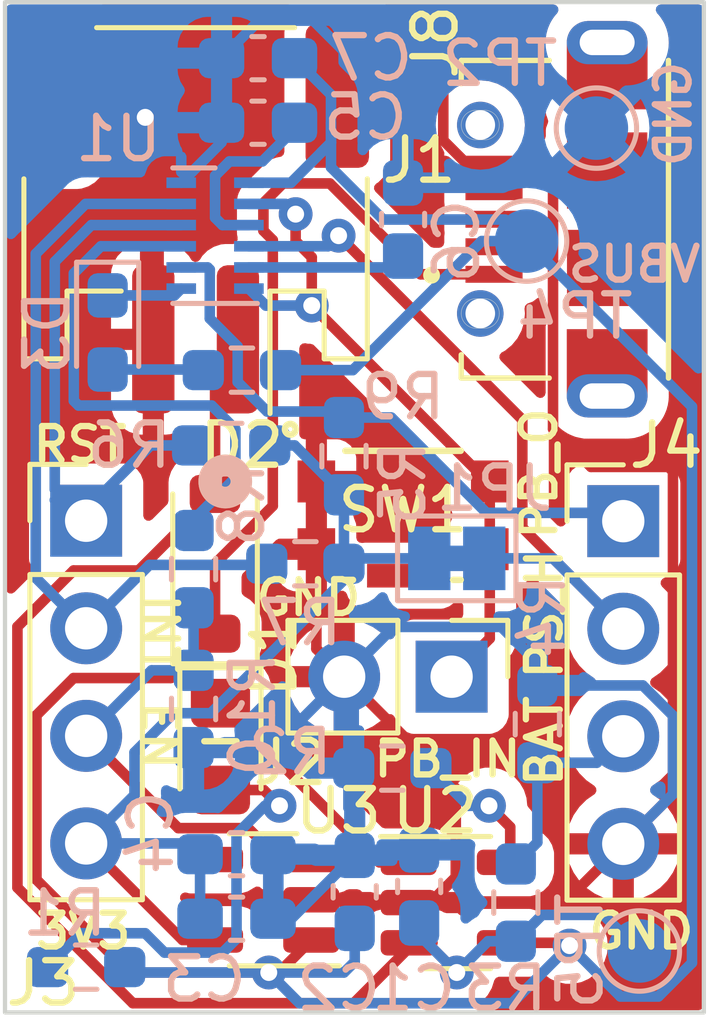
<source format=kicad_pcb>
(kicad_pcb (version 20221018) (generator pcbnew)
  (layers (0 "F.Cu" signal) (31 "B.Cu" signal) (34 "B.Paste" user) (35 "F.Paste" user) (36 "B.SilkS" user "B.Silkscreen") (37 "F.SilkS" user "F.Silkscreen") (38 "B.Mask" user) (39 "F.Mask" user) (44 "Edge.Cuts" user))
  (net 0 "")
  (net 1 "VDC")
  (net 2 "GND")
  (net 3 "VBUS")
  (net 4 "+3V3")
  (net 5 "/Vref")
  (net 6 "Net-(U1-C_SRD)")
  (net 7 "Net-(D1-K)")
  (net 8 "Net-(D1-A)")
  (net 9 "Net-(D3-K)")
  (net 10 "Net-(D3-A)")
  (net 20 "Net-(U2-PROG)")
  (net 21 "/BAT_SENSE")
  (net 22 "/PB_OUT")
  (net 23 "/RST")
  (net 24 "/INT")
  (net 25 "/EN")
  (net 26 "/EN_DIV")
  (net 27 "Net-(J2-Pin_1)")
  (net 28 "/PS_HOLD")
  (footprint "Connector_PinHeader_2.54mm:PinHeader_1x02_P2.54mm_Vertical" (layer "F.Cu") (at 162.311 89.154 -90)
    (fp_text reference "J2" (at 2.032 3.815 -180) (layer "F.SilkS"))
    (fp_text value "Conn_01x02_Pin" hide)
    (pad "1" thru_hole rect (at 0 0 270) (size 1.7 1.7) (drill 1) (layers "*.Cu" "*.Mask") (net 27 "Net-(J2-Pin_1)"))
    (pad "2" thru_hole oval (at 0 2.54 270) (size 1.7 1.7) (drill 1) (layers "*.Cu" "*.Mask") (net 2 "GND"))
  )
  (footprint "LED_SMD:LED_0805_2012Metric_Pad1.15x1.40mm_HandSolder" (layer "F.Cu") (at 156.845 90.805 -90)
    (fp_text reference "D1" (at -2.159 -1.27 -270) (layer "F.SilkS"))
    (fp_text value "LED" hide)
    (pad "1" smd roundrect (at -1.025 0 270) (size 1.15 1.4) (layers "F.Cu" "F.Paste" "F.Mask") (roundrect_rratio 0.217391) (net 7 "Net-(D1-K)"))
    (pad "2" smd roundrect (at 1.025 0 270) (size 1.15 1.4) (layers "F.Cu" "F.Paste" "F.Mask") (roundrect_rratio 0.217391) (net 8 "Net-(D1-A)"))
  )
  (footprint "Package_TO_SOT_SMD:SOT-23-5" (layer "F.Cu") (at 162.433 94.488)
    (fp_text reference "U2" (at -0.508 -2.159) (layer "F.SilkS"))
    (fp_text value "MCP73831-2-OT" hide)
    (pad "1" smd roundrect (at -1.1375 -0.95) (size 1.325 0.6) (layers "F.Cu" "F.Paste" "F.Mask") (net 7 "Net-(D1-K)"))
    (pad "2" smd roundrect (at -1.1375 0) (size 1.325 0.6) (layers "F.Cu" "F.Paste" "F.Mask") (net 2 "GND"))
    (pad "3" smd roundrect (at -1.1375 0.95) (size 1.325 0.6) (layers "F.Cu" "F.Paste" "F.Mask") (net 1 "VDC"))
    (pad "4" smd roundrect (at 1.1375 0.95) (size 1.325 0.6) (layers "F.Cu" "F.Paste" "F.Mask") (net 3 "VBUS"))
    (pad "5" smd roundrect (at 1.1375 -0.95) (size 1.325 0.6) (layers "F.Cu" "F.Paste" "F.Mask") (net 20 "Net-(U2-PROG)"))
  )
  (footprint "Connector_JST:JST_PH_S2B-PH-SM4-TB_1x02-1MP_P2.00mm_Horizontal" (layer "F.Cu") (at 156.258 78.338 180)
    (fp_text reference "J1" (at -5.286 1.376) (layer "F.SilkS"))
    (fp_text value "S2B-PH-K-SLFSN" hide)
    (pad "1" smd roundrect (at -1 -2.85 180) (size 1 3.5) (layers "F.Cu" "F.Paste" "F.Mask") (net 1 "VDC"))
    (pad "2" smd roundrect (at 1 -2.85 180) (size 1 3.5) (layers "F.Cu" "F.Paste" "F.Mask") (net 2 "GND"))
    (pad "MP" smd roundrect (at -3.35 2.9 180) (size 1.5 3.4) (layers "F.Cu" "F.Paste" "F.Mask") (roundrect_rratio 0.166667))
    (pad "MP" smd roundrect (at 3.35 2.9 180) (size 1.5 3.4) (layers "F.Cu" "F.Paste" "F.Mask") (roundrect_rratio 0.166667))
  )
  (footprint "Connector_PinHeader_2.54mm:PinHeader_1x04_P2.54mm_Vertical" (layer "F.Cu") (at 166.37 85.481)
    (fp_text reference "J4" (at 1.016 -1.788) (layer "F.SilkS"))
    (fp_text value "Conn_01x04_Pin" hide)
    (pad "1" thru_hole rect (at 0 0) (size 1.7 1.7) (drill 1) (layers "*.Cu" "*.Mask") (net 22 "/PB_OUT"))
    (pad "2" thru_hole oval (at 0 2.54) (size 1.7 1.7) (drill 1) (layers "*.Cu" "*.Mask") (net 28 "/PS_HOLD"))
    (pad "3" thru_hole oval (at 0 5.08) (size 1.7 1.7) (drill 1) (layers "*.Cu" "*.Mask") (net 21 "/BAT_SENSE"))
    (pad "4" thru_hole oval (at 0 7.62) (size 1.7 1.7) (drill 1) (layers "*.Cu" "*.Mask") (net 2 "GND"))
  )
  (footprint "Package_TO_SOT_SMD:SOT-23-5" (layer "F.Cu") (at 157.8555 94.422 180)
    (fp_text reference "U3" (at -1.7835 2.093) (layer "F.SilkS"))
    (fp_text value "SPX3819M5-L" hide)
    (pad "1" smd roundrect (at -1.1375 -0.95 180) (size 1.325 0.6) (layers "F.Cu" "F.Paste" "F.Mask") (net 3 "VBUS"))
    (pad "2" smd roundrect (at -1.1375 0 180) (size 1.325 0.6) (layers "F.Cu" "F.Paste" "F.Mask") (net 2 "GND"))
    (pad "3" smd roundrect (at -1.1375 0.95 180) (size 1.325 0.6) (layers "F.Cu" "F.Paste" "F.Mask") (net 26 "/EN_DIV"))
    (pad "4" smd roundrect (at 1.1375 0.95 180) (size 1.325 0.6) (layers "F.Cu" "F.Paste" "F.Mask"))
    (pad "5" smd roundrect (at 1.1375 -0.95 180) (size 1.325 0.6) (layers "F.Cu" "F.Paste" "F.Mask") (net 4 "+3V3"))
  )
  (footprint "47589_0001_USB_B:MOLEX_47589-0001" (layer "F.Cu") (at 165.2515 78.352 90)
    (fp_text reference "J8" (at 4.184 -3.3265 90) (layer "F.SilkS"))
    (fp_text value "47589-0001" hide)
    (fp_poly (pts (xy -2.6 -0.2125) (xy -4.175 -0.212) (xy -4.201 -0.212) (xy -4.227 -0.21) (xy -4.253 -0.206) (xy -4.279 -0.202) (xy -4.304 -0.195) (xy -4.33 -0.188) (xy -4.354 -0.179) (xy -4.378 -0.169) (xy -4.402 -0.158) (xy -4.425 -0.146) (xy -4.447 -0.132) (xy -4.469 -0.117) (xy -4.49 -0.101) (xy -4.51 -0.084) (xy -4.529 -0.066) (xy -4.547 -0.047) (xy -4.564 -0.027) (xy -4.58 -0.006) (xy -4.594 0.015) (xy -4.608 0.038) (xy -4.621 0.061) (xy -4.632 0.084) (xy -4.642 0.108) (xy -4.651 0.133) (xy -4.658 0.158) (xy -4.664 0.184) (xy -4.669 0.209) (xy -4.672 0.235) (xy -4.674 0.261) (xy -4.675 0.287) (xy -4.675 1.188) (xy -4.674 1.214) (xy -4.672 1.24) (xy -4.669 1.266) (xy -4.664 1.291) (xy -4.658 1.317) (xy -4.651 1.342) (xy -4.642 1.367) (xy -4.632 1.391) (xy -4.621 1.414) (xy -4.608 1.438) (xy -4.594 1.46) (xy -4.58 1.481) (xy -4.564 1.502) (xy -4.547 1.522) (xy -4.529 1.541) (xy -4.51 1.559) (xy -4.49 1.576) (xy -4.469 1.592) (xy -4.447 1.607) (xy -4.425 1.621) (xy -4.402 1.633) (xy -4.378 1.644) (xy -4.354 1.654) (xy -4.33 1.663) (xy -4.304 1.67) (xy -4.279 1.677) (xy -4.253 1.681) (xy -4.227 1.685) (xy -4.201 1.687) (xy -4.175 1.688) (xy -2.6 1.688) (xy -2.6 -0.212) (xy -2.6 -0.2125)) (stroke (width 0.01)) (fill solid) (layer "F.Cu"))
    (fp_poly (pts (xy 2.6 1.6875) (xy 4.175 1.688) (xy 4.201 1.687) (xy 4.227 1.685) (xy 4.253 1.681) (xy 4.279 1.677) (xy 4.304 1.67) (xy 4.33 1.663) (xy 4.354 1.654) (xy 4.378 1.644) (xy 4.402 1.633) (xy 4.425 1.621) (xy 4.447 1.607) (xy 4.469 1.592) (xy 4.49 1.576) (xy 4.51 1.559) (xy 4.529 1.541) (xy 4.547 1.522) (xy 4.564 1.502) (xy 4.58 1.481) (xy 4.594 1.46) (xy 4.608 1.438) (xy 4.621 1.414) (xy 4.632 1.391) (xy 4.642 1.367) (xy 4.651 1.342) (xy 4.658 1.317) (xy 4.664 1.291) (xy 4.669 1.266) (xy 4.672 1.24) (xy 4.674 1.214) (xy 4.675 1.188) (xy 4.675 0.287) (xy 4.674 0.261) (xy 4.672 0.235) (xy 4.669 0.209) (xy 4.664 0.184) (xy 4.658 0.158) (xy 4.651 0.133) (xy 4.642 0.108) (xy 4.632 0.084) (xy 4.621 0.061) (xy 4.608 0.038) (xy 4.594 0.015) (xy 4.58 -0.006) (xy 4.564 -0.027) (xy 4.547 -0.047) (xy 4.529 -0.066) (xy 4.51 -0.084) (xy 4.49 -0.101) (xy 4.469 -0.117) (xy 4.447 -0.132) (xy 4.425 -0.146) (xy 4.402 -0.158) (xy 4.378 -0.169) (xy 4.354 -0.179) (xy 4.33 -0.188) (xy 4.304 -0.195) (xy 4.279 -0.202) (xy 4.253 -0.206) (xy 4.227 -0.21) (xy 4.201 -0.212) (xy 4.175 -0.212) (xy 2.6 -0.212) (xy 2.6 1.688) (xy 2.6 1.6875)) (stroke (width 0.01)) (fill solid) (layer "F.Cu"))
    (fp_poly (pts (xy -4.675 1.1825) (xy -4.675 0.292) (xy -4.674 0.264) (xy -4.672 0.237) (xy -4.669 0.211) (xy -4.664 0.186) (xy -4.658 0.16) (xy -4.65 0.135) (xy -4.642 0.11) (xy -4.632 0.086) (xy -4.62 0.062) (xy -4.608 0.039) (xy -4.594 0.016) (xy -4.579 -0.005) (xy -4.563 -0.026) (xy -4.546 -0.046) (xy -4.528 -0.065) (xy -4.509 -0.083) (xy -4.489 -0.101) (xy -4.468 -0.117) (xy -4.446 -0.131) (xy -4.424 -0.145) (xy -4.401 -0.158) (xy -4.377 -0.169) (xy -4.353 -0.179) (xy -4.328 -0.188) (xy -4.303 -0.195) (xy -4.277 -0.202) (xy -4.251 -0.206) (xy -4.225 -0.21) (xy -4.199 -0.212) (xy -4.175 -0.212) (xy -4.146 -0.212) (xy -4.119 -0.21) (xy -4.093 -0.206) (xy -4.067 -0.201) (xy -4.041 -0.195) (xy -4.016 -0.188) (xy -3.991 -0.179) (xy -3.966 -0.169) (xy -3.942 -0.157) (xy -3.919 -0.145) (xy -3.896 -0.131) (xy -3.874 -0.116) (xy -3.853 -0.099) (xy -3.833 -0.082) (xy -3.814 -0.064) (xy -3.795 -0.045) (xy -3.778 -0.024) (xy -3.762 -0.003) (xy -3.747 0.019) (xy -3.733 0.041) (xy -3.72 0.065) (xy -3.709 0.089) (xy -3.699 0.113) (xy -3.69 0.138) (xy -3.682 0.164) (xy -3.676 0.189) (xy -3.671 0.216) (xy -3.668 0.242) (xy -3.666 0.268) (xy -3.665 0.292) (xy -3.665 1.183) (xy -3.666 1.207) (xy -3.668 1.233) (xy -3.671 1.259) (xy -3.676 1.286) (xy -3.682 1.311) (xy -3.69 1.337) (xy -3.699 1.362) (xy -3.709 1.386) (xy -3.72 1.41) (xy -3.733 1.434) (xy -3.747 1.456) (xy -3.762 1.478) (xy -3.778 1.499) (xy -3.795 1.52) (xy -3.814 1.539) (xy -3.833 1.557) (xy -3.853 1.574) (xy -3.874 1.591) (xy -3.896 1.606) (xy -3.919 1.62) (xy -3.942 1.632) (xy -3.966 1.644) (xy -3.991 1.654) (xy -4.016 1.663) (xy -4.041 1.67) (xy -4.067 1.676) (xy -4.093 1.681) (xy -4.119 1.685) (xy -4.146 1.687) (xy -4.175 1.688) (xy -4.199 1.687) (xy -4.225 1.685) (xy -4.251 1.681) (xy -4.277 1.677) (xy -4.303 1.67) (xy -4.328 1.663) (xy -4.353 1.654) (xy -4.377 1.644) (xy -4.401 1.633) (xy -4.424 1.62) (xy -4.446 1.606) (xy -4.468 1.592) (xy -4.489 1.576) (xy -4.509 1.558) (xy -4.528 1.54) (xy -4.546 1.521) (xy -4.563 1.501) (xy -4.579 1.48) (xy -4.594 1.459) (xy -4.608 1.436) (xy -4.62 1.413) (xy -4.632 1.389) (xy -4.642 1.365) (xy -4.65 1.34) (xy -4.658 1.315) (xy -4.664 1.289) (xy -4.669 1.264) (xy -4.672 1.238) (xy -4.674 1.211) (xy -4.675 1.183) (xy -4.675 1.1825)) (stroke (width 0.01)) (fill solid) (layer "B.Cu"))
    (fp_poly (pts (xy 3.665 1.1825) (xy 3.665 0.292) (xy 3.666 0.268) (xy 3.668 0.242) (xy 3.671 0.216) (xy 3.676 0.189) (xy 3.682 0.164) (xy 3.69 0.138) (xy 3.699 0.113) (xy 3.709 0.089) (xy 3.72 0.065) (xy 3.733 0.041) (xy 3.747 0.019) (xy 3.762 -0.003) (xy 3.778 -0.024) (xy 3.795 -0.045) (xy 3.814 -0.064) (xy 3.833 -0.082) (xy 3.853 -0.099) (xy 3.874 -0.116) (xy 3.896 -0.131) (xy 3.919 -0.145) (xy 3.942 -0.157) (xy 3.966 -0.169) (xy 3.991 -0.179) (xy 4.016 -0.188) (xy 4.041 -0.195) (xy 4.067 -0.201) (xy 4.093 -0.206) (xy 4.119 -0.21) (xy 4.146 -0.212) (xy 4.175 -0.212) (xy 4.199 -0.212) (xy 4.225 -0.21) (xy 4.251 -0.206) (xy 4.277 -0.202) (xy 4.303 -0.195) (xy 4.328 -0.188) (xy 4.353 -0.179) (xy 4.377 -0.169) (xy 4.401 -0.158) (xy 4.424 -0.145) (xy 4.446 -0.131) (xy 4.468 -0.117) (xy 4.489 -0.101) (xy 4.509 -0.083) (xy 4.528 -0.065) (xy 4.546 -0.046) (xy 4.563 -0.026) (xy 4.579 -0.005) (xy 4.594 0.016) (xy 4.608 0.039) (xy 4.62 0.062) (xy 4.632 0.086) (xy 4.642 0.11) (xy 4.65 0.135) (xy 4.658 0.16) (xy 4.664 0.186) (xy 4.669 0.211) (xy 4.672 0.237) (xy 4.674 0.264) (xy 4.675 0.292) (xy 4.675 1.183) (xy 4.674 1.211) (xy 4.672 1.238) (xy 4.669 1.264) (xy 4.664 1.289) (xy 4.658 1.315) (xy 4.65 1.34) (xy 4.642 1.365) (xy 4.632 1.389) (xy 4.62 1.413) (xy 4.608 1.436) (xy 4.594 1.459) (xy 4.579 1.48) (xy 4.563 1.501) (xy 4.546 1.521) (xy 4.528 1.54) (xy 4.509 1.558) (xy 4.489 1.576) (xy 4.468 1.592) (xy 4.446 1.606) (xy 4.424 1.62) (xy 4.401 1.633) (xy 4.377 1.644) (xy 4.353 1.654) (xy 4.328 1.663) (xy 4.303 1.67) (xy 4.277 1.677) (xy 4.251 1.681) (xy 4.225 1.685) (xy 4.199 1.687) (xy 4.175 1.688) (xy 4.146 1.687) (xy 4.119 1.685) (xy 4.093 1.681) (xy 4.067 1.676) (xy 4.041 1.67) (xy 4.016 1.663) (xy 3.991 1.654) (xy 3.966 1.644) (xy 3.942 1.632) (xy 3.919 1.62) (xy 3.896 1.606) (xy 3.874 1.591) (xy 3.853 1.574) (xy 3.833 1.557) (xy 3.814 1.539) (xy 3.795 1.52) (xy 3.778 1.499) (xy 3.762 1.478) (xy 3.747 1.456) (xy 3.733 1.434) (xy 3.72 1.41) (xy 3.709 1.386) (xy 3.699 1.362) (xy 3.69 1.337) (xy 3.682 1.311) (xy 3.676 1.286) (xy 3.671 1.259) (xy 3.668 1.233) (xy 3.666 1.207) (xy 3.665 1.183) (xy 3.665 1.1825)) (stroke (width 0.01)) (fill solid) (layer "B.Cu"))
    (fp_line (start -2.575 -2.1625) (end -2.575 -2.3625) (stroke (width 0.01)) (layer "Edge.Cuts"))
    (fp_line (start 1.875 -2.1625) (end 1.875 -2.3625) (stroke (width 0.01)) (layer "Edge.Cuts"))
    (fp_arc (start -2.575 -2.3625) (mid -2.472487 -2.609987) (end -2.225 -2.7125) (stroke (width 0.01)) (layer "Edge.Cuts"))
    (fp_arc (start -2.225 -2.7125) (mid -1.977513 -2.609987) (end -1.875 -2.3625) (stroke (width 0.01)) (layer "Edge.Cuts"))
    (fp_arc (start -2.225 -1.8125) (mid -2.472487 -1.915013) (end -2.575 -2.1625) (stroke (width 0.01)) (layer "Edge.Cuts"))
    (fp_arc (start -1.875 -2.1625) (mid -1.977513 -1.915013) (end -2.225 -1.8125) (stroke (width 0.01)) (layer "Edge.Cuts"))
    (fp_arc (start -1.875 -2.1625) (mid -1.876407 -2.2625) (end -1.875 -2.3625) (stroke (width 0.01)) (layer "Edge.Cuts"))
    (fp_arc (start 1.875 -2.3625) (mid 1.977513 -2.609987) (end 2.225 -2.7125) (stroke (width 0.01)) (layer "Edge.Cuts"))
    (fp_arc (start 2.225 -2.7125) (mid 2.472487 -2.609987) (end 2.575 -2.3625) (stroke (width 0.01)) (layer "Edge.Cuts"))
    (fp_arc (start 2.225 -1.8125) (mid 1.977513 -1.915013) (end 1.875 -2.1625) (stroke (width 0.01)) (layer "Edge.Cuts"))
    (fp_arc (start 2.575 -2.1625) (mid 2.472487 -1.915013) (end 2.225 -1.8125) (stroke (width 0.01)) (layer "Edge.Cuts"))
    (fp_arc (start 2.575 -2.1625) (mid 2.573593 -2.2625) (end 2.575 -2.3625) (stroke (width 0.01)) (layer "Edge.Cuts"))
    (pad "1" smd rect (at -1.3 -1.9375) (size 1.35 0.4) (layers "F.Cu" "F.Paste" "F.Mask") (net 3 "VBUS"))
    (pad "2" smd rect (at -0.65 -1.9375) (size 1.35 0.4) (layers "F.Cu" "F.Paste" "F.Mask"))
    (pad "3" smd rect (at 0 -1.9375) (size 1.35 0.4) (layers "F.Cu" "F.Paste" "F.Mask"))
    (pad "4" smd rect (at 0.65 -1.9375) (size 1.35 0.4) (layers "F.Cu" "F.Paste" "F.Mask"))
    (pad "5" smd rect (at 1.3 -1.9375) (size 1.35 0.4) (layers "F.Cu" "F.Paste" "F.Mask") (net 2 "GND"))
    (pad "S1" thru_hole oval (at -4.175 0.7375 90) (size 1.01 1.9) (drill oval 0.6 1.3) (layers "*.Cu"))
    (pad "S2" smd rect (at -1.15 0.7375 180) (size 1.9 1.8) (layers "F.Cu" "F.Paste" "F.Mask"))
    (pad "S3" smd rect (at 1.15 0.7375 180) (size 1.9 1.8) (layers "F.Cu" "F.Paste" "F.Mask"))
    (pad "S4" thru_hole oval (at 4.175 0.7375 90) (size 1.01 1.9) (drill oval 0.6 1.3) (layers "*.Cu"))
    (pad "S5" thru_hole circle (at -2.225 -2.2625 90) (size 1.1 1.1) (drill 0.7) (layers "*.Cu" "*.Mask"))
    (pad "S6" thru_hole circle (at 2.225 -2.2625 90) (size 1.1 1.1) (drill 0.7) (layers "*.Cu" "*.Mask"))
  )
  (footprint "KMR2_Switch:KMR2xxG_CNK" (layer "F.Cu") (at 161.163 85.344)
    (fp_text reference "SW1" (at 0 -0.127 unlocked) (layer "F.SilkS"))
    (fp_text value "KMR211GLFS" hide)
    (pad "1" smd rect (at -2.049998 -0.800001) (size 0.889 0.9906) (layers "F.Cu" "F.Paste" "F.Mask") (net 2 "GND"))
    (pad "2" smd rect (at 2.049998 -0.800001) (size 0.889 0.9906) (layers "F.Cu" "F.Paste" "F.Mask") (net 27 "Net-(J2-Pin_1)"))
    (pad "3" smd rect (at -2.049998 0.800001) (size 0.889 0.9906) (layers "F.Cu" "F.Paste" "F.Mask") (net 2 "GND"))
    (pad "4" smd rect (at 2.049998 0.800001) (size 0.889 0.9906) (layers "F.Cu" "F.Paste" "F.Mask") (net 27 "Net-(J2-Pin_1)"))
    (pad "5" smd rect (at 0 1.425001) (size 1.7018 0.5588) (layers "F.Cu" "F.Paste" "F.Mask"))
  )
  (footprint "Connector_PinHeader_2.54mm:PinHeader_1x04_P2.54mm_Vertical" (layer "F.Cu") (at 153.67 85.471)
    (fp_text reference "J3" (at -1.016 10.922) (layer "F.SilkS"))
    (fp_text value "Conn_01x04_Pin" hide)
    (pad "1" thru_hole rect (at 0 0) (size 1.7 1.7) (drill 1) (layers "*.Cu" "*.Mask") (net 23 "/RST"))
    (pad "2" thru_hole oval (at 0 2.54) (size 1.7 1.7) (drill 1) (layers "*.Cu" "*.Mask") (net 24 "/INT"))
    (pad "3" thru_hole oval (at 0 5.08) (size 1.7 1.7) (drill 1) (layers "*.Cu" "*.Mask") (net 26 "/EN_DIV"))
    (pad "4" thru_hole oval (at 0 7.62) (size 1.7 1.7) (drill 1) (layers "*.Cu" "*.Mask") (net 4 "+3V3"))
  )
  (footprint "Diode_SMD:D_SOD-123" (layer "F.Cu") (at 156.718 86.488 90)
    (fp_text reference "D2" (at 2.795 0.635 180) (layer "F.SilkS"))
    (fp_text value "MBR0520" hide)
    (pad "1" smd roundrect (at -1.65 0 90) (size 0.9 1.2) (layers "F.Cu" "F.Paste" "F.Mask") (net 3 "VBUS"))
    (pad "2" smd roundrect (at 1.65 0 90) (size 0.9 1.2) (layers "F.Cu" "F.Paste" "F.Mask") (net 1 "VDC"))
  )
  (footprint "Resistor_SMD:R_0603_1608Metric_Pad0.98x0.95mm_HandSolder" (layer "B.Cu") (at 156.21 86.614 -90)
    (fp_text reference "R8" (at -1.524 -1.143 90) (layer "B.SilkS") (effects (justify mirror)))
    (fp_text value "3.48K" hide)
    (pad "1" smd roundrect (at -0.9125 0 270) (size 0.975 0.95) (layers "B.Cu" "B.Paste" "B.Mask") (net 25 "/EN"))
    (pad "2" smd roundrect (at 0.9125 0 270) (size 0.975 0.95) (layers "B.Cu" "B.Paste" "B.Mask") (net 26 "/EN_DIV"))
  )
  (footprint "LED_SMD:LED_0603_1608Metric_Pad1.05x0.95mm_HandSolder" (layer "B.Cu") (at 154.178 81.026 -90)
    (fp_text reference "D3" (at 0 1.43 -270) (layer "B.SilkS") (effects (justify mirror)))
    (fp_text value "LED" hide)
    (pad "1" smd roundrect (at -0.875 0 270) (size 1.05 0.95) (layers "B.Cu" "B.Paste" "B.Mask") (net 9 "Net-(D3-K)"))
    (pad "2" smd roundrect (at 0.875 0 270) (size 1.05 0.95) (layers "B.Cu" "B.Paste" "B.Mask") (net 10 "Net-(D3-A)"))
  )
  (footprint "TestPoint:TestPoint_Pad_D1.5mm" (layer "B.Cu") (at 164.084 78.867 180)
    (fp_text reference "TP4" (at -1.143 -1.778) (layer "B.SilkS") (effects (justify mirror)))
    (fp_text value "TestPoint" hide)
    (pad "1" smd circle (at 0 0 180) (size 1.5 1.5) (layers "B.Cu" "B.Mask") (net 3 "VBUS"))
  )
  (footprint "TestPoint:TestPoint_Pad_D1.5mm" (layer "B.Cu") (at 166.751 95.631 180)
    (fp_text reference "TP5" (at 1.397 0 90) (layer "B.SilkS") (effects (justify mirror)))
    (fp_text value "TestPoint" hide)
    (pad "1" smd circle (at 0 0 180) (size 1.5 1.5) (layers "B.Cu" "B.Mask") (net 1 "VDC"))
  )
  (footprint "Resistor_SMD:R_0603_1608Metric_Pad0.98x0.95mm_HandSolder" (layer "B.Cu") (at 157.099 83.693 180)
    (fp_text reference "R6" (at 2.413 0) (layer "B.SilkS") (effects (justify mirror)))
    (fp_text value "10K" hide)
    (pad "1" smd roundrect (at -0.9125 0 180) (size 0.975 0.95) (layers "B.Cu" "B.Paste" "B.Mask") (net 4 "+3V3"))
    (pad "2" smd roundrect (at 0.9125 0 180) (size 0.975 0.95) (layers "B.Cu" "B.Paste" "B.Mask") (net 23 "/RST"))
  )
  (footprint "TestPoint:TestPoint_Pad_D1.5mm" (layer "B.Cu") (at 165.735 76.2 180)
    (fp_text reference "TP2" (at 2.286 1.524) (layer "B.SilkS") (effects (justify mirror)))
    (fp_text value "TestPoint" hide)
    (pad "1" smd circle (at 0 0 180) (size 1.5 1.5) (layers "B.Cu" "B.Mask") (net 2 "GND"))
  )
  (footprint "Resistor_SMD:R_0603_1608Metric_Pad0.98x0.95mm_HandSolder" (layer "B.Cu") (at 157.353 81.915 180)
    (fp_text reference "R9" (at -3.81 -0.635) (layer "B.SilkS") (effects (justify mirror)))
    (fp_text value "1K" hide)
    (pad "1" smd roundrect (at -0.9125 0 180) (size 0.975 0.95) (layers "B.Cu" "B.Paste" "B.Mask") (net 3 "VBUS"))
    (pad "2" smd roundrect (at 0.9125 0 180) (size 0.975 0.95) (layers "B.Cu" "B.Paste" "B.Mask") (net 10 "Net-(D3-A)"))
  )
  (footprint "Capacitor_SMD:C_0603_1608Metric_Pad1.08x0.95mm_HandSolder" (layer "B.Cu") (at 157.734 74.549 180)
    (fp_text reference "C7" (at -2.667 0) (layer "B.SilkS") (effects (justify mirror)))
    (fp_text value ".1uF" hide)
    (pad "1" smd roundrect (at -0.8625 0 180) (size 1.075 0.95) (layers "B.Cu" "B.Paste" "B.Mask") (net 3 "VBUS"))
    (pad "2" smd roundrect (at 0.8625 0 180) (size 1.075 0.95) (layers "B.Cu" "B.Paste" "B.Mask") (net 2 "GND"))
  )
  (footprint "Capacitor_SMD:C_0603_1608Metric_Pad1.08x0.95mm_HandSolder" (layer "B.Cu") (at 161.163 78.359 90)
    (fp_text reference "C6" (at -0.508 1.27 90) (layer "B.SilkS") (effects (justify mirror)))
    (fp_text value ".33uF" hide)
    (pad "1" smd roundrect (at -0.8625 0 90) (size 1.075 0.95) (layers "B.Cu" "B.Paste" "B.Mask") (net 6 "Net-(U1-C_SRD)"))
    (pad "2" smd roundrect (at 0.8625 0 90) (size 1.075 0.95) (layers "B.Cu" "B.Paste" "B.Mask") (net 2 "GND"))
  )
  (footprint "Capacitor_SMD:C_0603_1608Metric_Pad1.08x0.95mm_HandSolder" (layer "B.Cu") (at 157.734 76.073 180)
    (fp_text reference "C5" (at -2.54 0.127) (layer "B.SilkS") (effects (justify mirror)))
    (fp_text value "1uF" hide)
    (pad "1" smd roundrect (at -0.8625 0 180) (size 1.075 0.95) (layers "B.Cu" "B.Paste" "B.Mask") (net 5 "/Vref"))
    (pad "2" smd roundrect (at 0.8625 0 180) (size 1.075 0.95) (layers "B.Cu" "B.Paste" "B.Mask") (net 2 "GND"))
  )
  (footprint "Capacitor_SMD:C_0603_1608Metric_Pad1.08x0.95mm_HandSolder" (layer "B.Cu") (at 157.226 93.345)
    (fp_text reference "C4" (at -2.032 -0.508 90) (layer "B.SilkS") (effects (justify mirror)))
    (fp_text value "1uF" hide)
    (pad "1" smd roundrect (at -0.8625 0) (size 1.075 0.95) (layers "B.Cu" "B.Paste" "B.Mask") (net 4 "+3V3"))
    (pad "2" smd roundrect (at 0.8625 0) (size 1.075 0.95) (layers "B.Cu" "B.Paste" "B.Mask") (net 2 "GND"))
  )
  (footprint "Capacitor_SMD:C_0603_1608Metric_Pad1.08x0.95mm_HandSolder" (layer "B.Cu") (at 161.544 94.107 90)
    (fp_text reference "C1" (at -2.413 -0.127 180) (layer "B.SilkS") (effects (justify mirror)))
    (fp_text value "10uF" hide)
    (pad "1" smd roundrect (at -0.8625 0 90) (size 1.075 0.95) (layers "B.Cu" "B.Paste" "B.Mask") (net 1 "VDC"))
    (pad "2" smd roundrect (at 0.8625 0 90) (size 1.075 0.95) (layers "B.Cu" "B.Paste" "B.Mask") (net 2 "GND"))
  )
  (footprint "Resistor_SMD:R_0603_1608Metric_Pad0.98x0.95mm_HandSolder" (layer "B.Cu") (at 164.338 90.2735 90)
    (fp_text reference "R4" (at 2.54 0.127 90) (layer "B.SilkS") (effects (justify mirror)))
    (fp_text value "100K" hide)
    (pad "1" smd roundrect (at -0.9125 0 90) (size 0.975 0.95) (layers "B.Cu" "B.Paste" "B.Mask") (net 21 "/BAT_SENSE"))
    (pad "2" smd roundrect (at 0.9125 0 90) (size 0.975 0.95) (layers "B.Cu" "B.Paste" "B.Mask") (net 2 "GND"))
  )
  (footprint "Resistor_SMD:R_0603_1608Metric_Pad0.98x0.95mm_HandSolder" (layer "B.Cu") (at 159.766 83.947 90)
    (fp_text reference "R5" (at -0.635 1.397 90) (layer "B.SilkS") (effects (justify mirror)))
    (fp_text value "10K" hide)
    (pad "1" smd roundrect (at -0.9125 0 90) (size 0.975 0.95) (layers "B.Cu" "B.Paste" "B.Mask") (net 4 "+3V3"))
    (pad "2" smd roundrect (at 0.9125 0 90) (size 0.975 0.95) (layers "B.Cu" "B.Paste" "B.Mask") (net 22 "/PB_OUT"))
  )
  (footprint "Resistor_SMD:R_0603_1608Metric_Pad0.98x0.95mm_HandSolder" (layer "B.Cu") (at 158.8535 86.487 180)
    (fp_text reference "R7" (at 0.127 -1.397) (layer "B.SilkS") (effects (justify mirror)))
    (fp_text value "10K" hide)
    (pad "1" smd roundrect (at -0.9125 0 180) (size 0.975 0.95) (layers "B.Cu" "B.Paste" "B.Mask") (net 4 "+3V3"))
    (pad "2" smd roundrect (at 0.9125 0 180) (size 0.975 0.95) (layers "B.Cu" "B.Paste" "B.Mask") (net 24 "/INT"))
  )
  (footprint "Resistor_SMD:R_0603_1608Metric_Pad0.98x0.95mm_HandSolder" (layer "B.Cu") (at 156.21 89.916 -90)
    (fp_text reference "R10" (at 0.127 -1.397 90) (layer "B.SilkS") (effects (justify mirror)))
    (fp_text value "10K" hide)
    (pad "1" smd roundrect (at -0.9125 0 270) (size 0.975 0.95) (layers "B.Cu" "B.Paste" "B.Mask") (net 26 "/EN_DIV"))
    (pad "2" smd roundrect (at 0.9125 0 270) (size 0.975 0.95) (layers "B.Cu" "B.Paste" "B.Mask") (net 2 "GND"))
  )
  (footprint "Resistor_SMD:R_0603_1608Metric_Pad0.98x0.95mm_HandSolder" (layer "B.Cu") (at 160.909 91.313)
    (fp_text reference "R2" (at -2.413 -0.381) (layer "B.SilkS") (effects (justify mirror)))
    (fp_text value "10K" hide)
    (pad "1" smd roundrect (at -0.9125 0) (size 0.975 0.95) (layers "B.Cu" "B.Paste" "B.Mask") (net 2 "GND"))
    (pad "2" smd roundrect (at 0.9125 0) (size 0.975 0.95) (layers "B.Cu" "B.Paste" "B.Mask") (net 20 "Net-(U2-PROG)"))
  )
  (footprint "Package_DFN_QFN:TDFN-12_2x3mm_P0.5mm" (layer "B.Cu") (at 156.718 78.74 180)
    (fp_text reference "U1" (at 2.286 2.286) (layer "B.SilkS") (effects (justify mirror)))
    (fp_text value "STM6601" hide)
    (pad "1" smd rect (at -0.8 1.25 180) (size 0.7 0.25) (layers "B.Cu" "B.Paste" "B.Mask") (net 3 "VBUS"))
    (pad "2" smd rect (at -0.8 0.75 180) (size 0.7 0.25) (layers "B.Cu" "B.Paste" "B.Mask") (net 27 "Net-(J2-Pin_1)"))
    (pad "3" smd rect (at -0.8 0.25 180) (size 0.7 0.25) (layers "B.Cu" "B.Paste" "B.Mask") (net 5 "/Vref"))
    (pad "4" smd rect (at -0.8 -0.25 180) (size 0.7 0.25) (layers "B.Cu" "B.Paste" "B.Mask") (net 28 "/PS_HOLD"))
    (pad "5" smd rect (at -0.8 -0.75 180) (size 0.7 0.25) (layers "B.Cu" "B.Paste" "B.Mask") (net 6 "Net-(U1-C_SRD)"))
    (pad "6" smd rect (at -0.8 -1.25 180) (size 0.7 0.25) (layers "B.Cu" "B.Paste" "B.Mask") (net 27 "Net-(J2-Pin_1)"))
    (pad "7" smd rect (at 0.8 -1.25 180) (size 0.7 0.25) (layers "B.Cu" "B.Paste" "B.Mask") (net 9 "Net-(D3-K)"))
    (pad "8" smd rect (at 0.8 -0.75 180) (size 0.7 0.25) (layers "B.Cu" "B.Paste" "B.Mask") (net 22 "/PB_OUT"))
    (pad "9" smd rect (at 0.8 -0.25 180) (size 0.7 0.25) (layers "B.Cu" "B.Paste" "B.Mask") (net 25 "/EN"))
    (pad "10" smd rect (at 0.8 0.25 180) (size 0.7 0.25) (layers "B.Cu" "B.Paste" "B.Mask") (net 23 "/RST"))
    (pad "11" smd rect (at 0.8 0.75 180) (size 0.7 0.25) (layers "B.Cu" "B.Paste" "B.Mask") (net 24 "/INT"))
    (pad "12" smd rect (at 0.8 1.25 180) (size 0.7 0.25) (layers "B.Cu" "B.Paste" "B.Mask") (net 2 "GND"))
  )
  (footprint "Resistor_SMD:R_0603_1608Metric_Pad0.98x0.95mm_HandSolder" (layer "B.Cu") (at 163.83 94.488 90)
    (fp_text reference "R3" (at -2.032 -0.254 180) (layer "B.SilkS") (effects (justify mirror)))
    (fp_text value "100K" hide)
    (pad "1" smd roundrect (at -0.9125 0 90) (size 0.975 0.95) (layers "B.Cu" "B.Paste" "B.Mask") (net 1 "VDC"))
    (pad "2" smd roundrect (at 0.9125 0 90) (size 0.975 0.95) (layers "B.Cu" "B.Paste" "B.Mask") (net 21 "/BAT_SENSE"))
  )
  (footprint "Resistor_SMD:R_0603_1608Metric_Pad0.98x0.95mm_HandSolder" (layer "B.Cu") (at 153.67 96.012)
    (fp_text reference "R1" (at -0.508 -1.27) (layer "B.SilkS") (effects (justify mirror)))
    (fp_text value "1K" hide)
    (pad "1" smd roundrect (at -0.9125 0) (size 0.975 0.95) (layers "B.Cu" "B.Paste" "B.Mask") (net 8 "Net-(D1-A)"))
    (pad "2" smd roundrect (at 0.9125 0) (size 0.975 0.95) (layers "B.Cu" "B.Paste" "B.Mask") (net 3 "VBUS"))
  )
  (footprint "Capacitor_SMD:C_0603_1608Metric_Pad1.08x0.95mm_HandSolder" (layer "B.Cu") (at 160.02 94.234 90)
    (fp_text reference "C2" (at -2.286 -0.381) (layer "B.SilkS") (effects (justify mirror)))
    (fp_text value "10uF" hide)
    (pad "1" smd roundrect (at -0.8625 0 90) (size 1.075 0.95) (layers "B.Cu" "B.Paste" "B.Mask") (net 3 "VBUS"))
    (pad "2" smd roundrect (at 0.8625 0 90) (size 1.075 0.95) (layers "B.Cu" "B.Paste" "B.Mask") (net 2 "GND"))
  )
  (footprint "Capacitor_SMD:C_0603_1608Metric_Pad1.08x0.95mm_HandSolder" (layer "B.Cu") (at 157.226 94.869)
    (fp_text reference "C3" (at -0.762 1.43) (layer "B.SilkS") (effects (justify mirror)))
    (fp_text value "10uF" hide)
    (pad "1" smd roundrect (at -0.8625 0) (size 1.075 0.95) (layers "B.Cu" "B.Paste" "B.Mask") (net 4 "+3V3"))
    (pad "2" smd roundrect (at 0.8625 0) (size 1.075 0.95) (layers "B.Cu" "B.Paste" "B.Mask") (net 2 "GND"))
  )
  (footprint "Jumper:SolderJumper-2_P1.3mm_Bridged_Pad1.0x1.5mm" (layer "B.Cu") (at 162.433 86.36 180)
    (fp_text reference "JP1" (at -0.889 1.651) (layer "B.SilkS") (effects (justify mirror)))
    (fp_text value "SolderJumper_2_Bridged" hide)
    (fp_poly (pts (xy -0.25 0.3) (xy 0.25 0.3) (xy 0.25 -0.3) (xy -0.25 -0.3)) (fill solid) (layer "B.Cu"))
    (pad "1" smd rect (at -0.65 0 180) (size 1 1.5) (layers "B.Cu" "B.Mask") (net 28 "/PS_HOLD"))
    (pad "2" smd rect (at 0.65 0 180) (size 1 1.5) (layers "B.Cu" "B.Mask") (net 4 "+3V3"))
  )
  (gr_line (start 156.464 90.678) (end 157.226 90.678) (stroke (width 0.15)) (layer "F.SilkS"))
  (gr_circle (center 158.496 83.312) (end 158.623 83.312) (stroke (width 0.15)) (fill none) (layer "F.SilkS"))
  (gr_rect (start 151.751 73.225) (end 168.275 97.082) (stroke (width 0.1)) (fill none) (layer "Edge.Cuts"))
  (gr_text "VBUS" (at 168.275 79.883) (layer "B.SilkS") (effects (font (size 0.8 0.8)) (justify left bottom mirror)))
  (gr_text "GND" (at 168.021 74.549 90) (layer "B.SilkS") (effects (font (size 0.8 0.8)) (justify left bottom mirror)))
  (gr_text "PB_IN" (at 160.401 91.567) (layer "F.SilkS") (effects (font (size 0.8 0.8) (thickness 0.15) bold) (justify left bottom)))
  (gr_text "BAT" (at 164.973 91.821 90) (layer "F.SilkS") (effects (font (size 0.8 0.8) (thickness 0.15) bold) (justify left bottom)))
  (gr_text "GND" (at 165.481 95.631) (layer "F.SilkS") (effects (font (size 0.8 0.8) (thickness 0.15) bold) (justify left bottom)))
  (gr_text "3V3" (at 152.4 95.631) (layer "F.SilkS") (effects (font (size 0.8 0.8) (thickness 0.15) bold) (justify left bottom)))
  (gr_text "INT" (at 154.94 87.122 270) (layer "F.SilkS") (effects (font (size 0.8 0.8) (thickness 0.15) bold) (justify left bottom)))
  (gr_text "GND" (at 157.607 87.757) (layer "F.SilkS") (effects (font (size 0.8 0.8) (thickness 0.15) bold) (justify left bottom)))
  (gr_text "PS_H" (at 164.973 89.281 90) (layer "F.SilkS") (effects (font (size 0.8 0.8) (thickness 0.15) bold) (justify left bottom)))
  (gr_text "PB_O" (at 164.846 85.979 90) (layer "F.SilkS") (effects (font (size 0.8 0.8) (thickness 0.15) bold) (justify left bottom)))
  (gr_text "RST" (at 152.34 84.141) (layer "F.SilkS") (effects (font (size 0.8 0.8) (thickness 0.15) bold) (justify left bottom)))
  (gr_text "EN" (at 154.94 89.662 270) (layer "F.SilkS") (effects (font (size 0.8 0.8) (thickness 0.15) bold) (justify left bottom)))
  (segment (start 152.045 87.974299) (end 153.373299 86.646) (width 0.25) (layer "F.Cu") (net 1))
  (segment (start 161.2955 95.438) (end 161.732 95.438) (width 0.25) (layer "F.Cu") (net 1))
  (segment (start 156.718 81.728) (end 157.258 81.188) (width 0.25) (layer "F.Cu") (net 1))
  (segment (start 159.9965 96.864) (end 154.774604 96.864) (width 0.25) (layer "F.Cu") (net 1))
  (segment (start 154.91 86.646) (end 156.718 84.838) (width 0.25) (layer "F.Cu") (net 1))
  (segment (start 161.4225 95.438) (end 161.859 95.438) (width 0.25) (layer "F.Cu") (net 1))
  (segment (start 152.045 94.134396) (end 152.045 87.974299) (width 0.25) (layer "F.Cu") (net 1))
  (segment (start 154.774604 96.864) (end 152.045 94.134396) (width 0.25) (layer "F.Cu") (net 1))
  (segment (start 161.732 95.438) (end 162.433 96.139) (width 0.25) (layer "F.Cu") (net 1))
  (segment (start 161.2955 95.565) (end 159.9965 96.864) (width 0.25) (layer "F.Cu") (net 1))
  (segment (start 153.373299 86.646) (end 154.91 86.646) (width 0.25) (layer "F.Cu") (net 1))
  (segment (start 156.718 84.838) (end 156.718 81.728) (width 0.25) (layer "F.Cu") (net 1))
  (segment (start 161.2955 95.438) (end 161.2955 95.565) (width 0.25) (layer "F.Cu") (net 1))
  (via (at 162.433 96.139) (size 0.8) (drill 0.4) (layers "F.Cu" "B.Cu") (net 1))
  (segment (start 161.544 95.25) (end 162.433 96.139) (width 0.25) (layer "B.Cu") (net 1))
  (segment (start 161.544 94.9695) (end 161.544 95.25) (width 0.25) (layer "B.Cu") (net 1))
  (segment (start 163.83 95.4005) (end 163.1715 95.4005) (width 0.25) (layer "B.Cu") (net 1))
  (segment (start 163.83 95.4005) (end 164.4515 94.779) (width 0.25) (layer "B.Cu") (net 1))
  (segment (start 163.1715 95.4005) (end 162.433 96.139) (width 0.25) (layer "B.Cu") (net 1))
  (segment (start 164.4515 94.779) (end 165.899 94.779) (width 0.25) (layer "B.Cu") (net 1))
  (segment (start 165.899 94.779) (end 166.751 95.631) (width 0.25) (layer "B.Cu") (net 1))
  (segment (start 163.314 77.052) (end 162.676563 77.052) (width 0.25) (layer "F.Cu") (net 2))
  (segment (start 165.608 84.201) (end 167.44 84.201) (width 0.25) (layer "F.Cu") (net 2))
  (segment (start 164.709 77.522) (end 164.709 83.302) (width 0.25) (layer "F.Cu") (net 2))
  (segment (start 164.983 94.488) (end 161.4225 94.488) (width 0.25) (layer "F.Cu") (net 2))
  (segment (start 162.41 91.793) (end 162.41 93.884751) (width 0.25) (layer "F.Cu") (net 2))
  (segment (start 159.771 89.154) (end 162.41 91.793) (width 0.25) (layer "F.Cu") (net 2))
  (segment (start 161.806751 94.488) (end 162.41 93.884751) (width 0.25) (layer "F.Cu") (net 2))
  (segment (start 161.2955 94.488) (end 161.806751 94.488) (width 0.25) (layer "F.Cu") (net 2))
  (segment (start 155.067 81.124) (end 155.067 75.946) (width 0.25) (layer "F.Cu") (net 2))
  (segment (start 167.545 91.926) (end 166.37 93.101) (width 0.25) (layer "F.Cu") (net 2))
  (segment (start 166.37 93.101) (end 164.983 94.488) (width 0.25) (layer "F.Cu") (net 2))
  (segment (start 167.545 84.306) (end 167.545 91.926) (width 0.25) (layer "F.Cu") (net 2))
  (segment (start 159.113002 88.496002) (end 159.771 89.154) (width 0.25) (layer "F.Cu") (net 2))
  (segment (start 155.258 81.315) (end 155.067 81.124) (width 0.25) (layer "F.Cu") (net 2))
  (segment (start 157.6 73.413) (end 155.067 75.946) (width 0.25) (layer "F.Cu") (net 2))
  (segment (start 164.239 77.052) (end 164.709 77.522) (width 0.25) (layer "F.Cu") (net 2))
  (segment (start 162.676563 77.052) (end 162.114 76.489437) (width 0.25) (layer "F.Cu") (net 2))
  (segment (start 158.993 94.422) (end 161.3565 94.422) (width 0.25) (layer "F.Cu") (net 2))
  (segment (start 163.314 77.052) (end 164.239 77.052) (width 0.25) (layer "F.Cu") (net 2))
  (segment (start 160.346172 73.413) (end 157.6 73.413) (width 0.25) (layer "F.Cu") (net 2))
  (segment (start 159.113002 84.543999) (end 159.113002 86.144001) (width 0.25) (layer "F.Cu") (net 2))
  (segment (start 164.709 83.302) (end 165.608 84.201) (width 0.25) (layer "F.Cu") (net 2))
  (segment (start 161.3565 94.422) (end 161.4225 94.488) (width 0.25) (layer "F.Cu") (net 2))
  (segment (start 159.113002 86.144001) (end 159.113002 88.496002) (width 0.25) (layer "F.Cu") (net 2))
  (segment (start 162.114 75.180828) (end 160.346172 73.413) (width 0.25) (layer "F.Cu") (net 2))
  (segment (start 167.44 84.201) (end 167.545 84.306) (width 0.25) (layer "F.Cu") (net 2))
  (segment (start 162.114 76.489437) (end 162.114 75.180828) (width 0.25) (layer "F.Cu") (net 2))
  (segment (start 161.4225 94.488) (end 161.806751 94.488) (width 0.25) (layer "F.Cu") (net 2))
  (via (at 155.067 75.946) (size 0.8) (drill 0.4) (layers "F.Cu" "B.Cu") (net 2))
  (segment (start 164.338 88.831) (end 163.486 87.979) (width 0.25) (layer "B.Cu") (net 2))
  (segment (start 159.9965 91.313) (end 159.9965 93.348) (width 0.25) (layer "B.Cu") (net 2))
  (segment (start 161.163 77.4965) (end 161.163 75.782505) (width 0.25) (layer "B.Cu") (net 2))
  (segment (start 161.544 93.2445) (end 160.147 93.2445) (width 0.25) (layer "B.Cu") (net 2))
  (segment (start 158.0885 93.345) (end 159.9935 93.345) (width 0.25) (layer "B.Cu") (net 2))
  (segment (start 158.0965 90.8285) (end 159.771 89.154) (width 0.25) (layer "B.Cu") (net 2))
  (segment (start 159.040495 73.66) (end 158.623 73.66) (width 0.25) (layer "B.Cu") (net 2))
  (segment (start 167.545 91.926) (end 167.545 90.074299) (width 0.25) (layer "B.Cu") (net 2))
  (segment (start 158.0885 94.869) (end 158.5225 94.869) (width 0.25) (layer "B.Cu") (net 2))
  (segment (start 166.831701 89.361) (end 164.338 89.361) (width 0.25) (layer "B.Cu") (net 2))
  (segment (start 165.735 76.2) (end 163.195 73.66) (width 0.25) (layer "B.Cu") (net 2))
  (segment (start 159.9965 91.313) (end 159.9965 89.3795) (width 0.25) (layer "B.Cu") (net 2))
  (segment (start 158.623 73.66) (end 157.7605 73.66) (width 0.25) (layer "B.Cu") (net 2))
  (segment (start 159.9965 93.348) (end 160.02 93.3715) (width 0.25) (layer "B.Cu") (net 2))
  (segment (start 164.338 89.361) (end 164.338 88.831) (width 0.25) (layer "B.Cu") (net 2))
  (segment (start 155.067 75.946) (end 156.7445 75.946) (width 0.25) (layer "B.Cu") (net 2))
  (segment (start 156.8715 76.5365) (end 155.918 77.49) (width 0.25) (layer "B.Cu") (net 2))
  (segment (start 156.21 90.8285) (end 158.0965 90.8285) (width 0.25) (layer "B.Cu") (net 2))
  (segment (start 163.195 73.66) (end 158.623 73.66) (width 0.25) (layer "B.Cu") (net 2))
  (segment (start 163.486 87.979) (end 160.946 87.979) (width 0.25) (layer "B.Cu") (net 2))
  (segment (start 156.8715 76.073) (end 156.8715 76.5365) (width 0.25) (layer "B.Cu") (net 2))
  (segment (start 161.163 75.782505) (end 159.040495 73.66) (width 0.25) (layer "B.Cu") (net 2))
  (segment (start 160.946 87.979) (end 159.771 89.154) (width 0.25) (layer "B.Cu") (net 2))
  (segment (start 166.37 93.101) (end 167.545 91.926) (width 0.25) (layer "B.Cu") (net 2))
  (segment (start 156.8715 74.549) (end 156.8715 76.073) (width 0.25) (layer "B.Cu") (net 2))
  (segment (start 159.9935 93.345) (end 160.02 93.3715) (width 0.25) (layer "B.Cu") (net 2))
  (segment (start 157.7605 73.66) (end 156.8715 74.549) (width 0.25) (layer "B.Cu") (net 2))
  (segment (start 167.545 90.074299) (end 166.831701 89.361) (width 0.25) (layer "B.Cu") (net 2))
  (segment (start 160.147 93.2445) (end 160.02 93.3715) (width 0.25) (layer "B.Cu") (net 2))
  (segment (start 156.7445 75.946) (end 156.8715 76.073) (width 0.25) (layer "B.Cu") (net 2))
  (segment (start 158.5225 94.869) (end 160.02 93.3715) (width 0.25) (layer "B.Cu") (net 2))
  (segment (start 153.373299 89.186) (end 155.67 89.186) (width 0.25) (layer "F.Cu") (net 3))
  (segment (start 154.686 96.139) (end 157.988 96.139) (width 0.25) (layer "F.Cu") (net 3))
  (segment (start 161.576305 79.652) (end 163.314 79.652) (width 0.25) (layer "F.Cu") (net 3))
  (segment (start 157.988 96.139) (end 158.226 96.139) (width 0.25) (layer "F.Cu") (net 3))
  (segment (start 158.083 85.122) (end 158.083 78.844305) (width 0.25) (layer "F.Cu") (net 3))
  (segment (start 158.322695 77.507) (end 159.431305 77.507) (width 0.25) (layer "F.Cu") (net 3))
  (segment (start 159.431305 77.507) (end 161.576305 79.652) (width 0.25) (layer "F.Cu") (net 3))
  (segment (start 158.226 96.139) (end 158.993 95.372) (width 0.25) (layer "F.Cu") (net 3))
  (segment (start 165.034 95.438) (end 165.1 95.504) (width 0.25) (layer "F.Cu") (net 3))
  (segment (start 152.495 93.948) (end 152.495 90.064299) (width 0.25) (layer "F.Cu") (net 3))
  (segment (start 152.495 90.064299) (end 153.373299 89.186) (width 0.25) (layer "F.Cu") (net 3))
  (segment (start 156.718 86.487) (end 158.083 85.122) (width 0.25) (layer "F.Cu") (net 3))
  (segment (start 163.5705 95.438) (end 165.034 95.438) (width 0.25) (layer "F.Cu") (net 3))
  (segment (start 158.083 78.844305) (end 157.861 78.622305) (width 0.25) (layer "F.Cu") (net 3))
  (segment (start 157.861 78.622305) (end 157.861 77.968695) (width 0.25) (layer "F.Cu") (net 3))
  (segment (start 154.686 96.139) (end 152.495 93.948) (width 0.25) (layer "F.Cu") (net 3))
  (segment (start 155.67 89.186) (end 156.718 88.138) (width 0.25) (layer "F.Cu") (net 3))
  (segment (start 157.861 77.968695) (end 158.322695 77.507) (width 0.25) (layer "F.Cu") (net 3))
  (segment (start 156.718 88.138) (end 156.718 86.487) (width 0.25) (layer "F.Cu") (net 3))
  (via (at 157.988 96.139) (size 0.8) (drill 0.4) (layers "F.Cu" "B.Cu") (net 3))
  (via (at 165.1 95.504) (size 0.8) (drill 0.4) (layers "F.Cu" "B.Cu") (net 3))
  (segment (start 158.5965 74.549) (end 159.459 75.4115) (width 0.25) (layer "B.Cu") (net 3))
  (segment (start 163.576 78.359) (end 160.692505 78.359) (width 0.25) (layer "B.Cu") (net 3))
  (segment (start 167.2 96.706) (end 167.995 95.911) (width 0.25) (layer "B.Cu") (net 3))
  (segment (start 158.713 96.864) (end 157.988 96.139) (width 0.25) (layer "B.Cu") (net 3))
  (segment (start 159.97534 81.915) (end 158.2655 81.915) (width 0.25) (layer "B.Cu") (net 3))
  (segment (start 160.02 95.885) (end 159.766 96.139) (width 0.25) (layer "B.Cu") (net 3))
  (segment (start 167.995 82.778) (end 164.084 78.867) (width 0.25) (layer "B.Cu") (net 3))
  (segment (start 154.5825 96.012) (end 154.7095 96.139) (width 0.25) (layer "B.Cu") (net 3))
  (segment (start 159.459 77.125495) (end 159.459 76.073) (width 0.25) (layer "B.Cu") (net 3))
  (segment (start 164.084 78.867) (end 163.02334 78.867) (width 0.25) (layer "B.Cu") (net 3))
  (segment (start 154.7095 96.139) (end 157.988 96.139) (width 0.25) (layer "B.Cu") (net 3))
  (segment (start 160.692505 78.359) (end 159.459 77.125495) (width 0.25) (layer "B.Cu") (net 3))
  (segment (start 160.02 95.0965) (end 160.02 95.885) (width 0.25) (layer "B.Cu") (net 3))
  (segment (start 167.995 95.911) (end 167.995 82.778) (width 0.25) (layer "B.Cu") (net 3))
  (segment (start 159.22 76.782495) (end 159.459 76.543495) (width 0.25) (layer "B.Cu") (net 3))
  (segment (start 158.512495 77.49) (end 157.518 77.49) (width 0.25) (layer "B.Cu") (net 3))
  (segment (start 159.459 75.4115) (end 159.459 76.073) (width 0.25) (layer "B.Cu") (net 3))
  (segment (start 159.22 76.782496) (end 159.459 76.543495) (width 0.25) (layer "B.Cu") (net 3))
  (segment (start 159.766 96.139) (end 157.988 96.139) (width 0.25) (layer "B.Cu") (net 3))
  (segment (start 159.459 76.073) (end 159.459 76.543495) (width 0.25) (layer "B.Cu") (net 3))
  (segment (start 159.459 76.543495) (end 158.512495 77.49) (width 0.25) (layer "B.Cu") (net 3))
  (segment (start 166.302 96.706) (end 167.2 96.706) (width 0.25) (layer "B.Cu") (net 3))
  (segment (start 163.02334 78.867) (end 159.97534 81.915) (width 0.25) (layer "B.Cu") (net 3))
  (segment (start 165.1 95.504) (end 163.74 96.864) (width 0.25) (layer "B.Cu") (net 3))
  (segment (start 163.74 96.864) (end 158.713 96.864) (width 0.25) (layer "B.Cu") (net 3))
  (segment (start 165.1 95.504) (end 166.302 96.706) (width 0.25) (layer "B.Cu") (net 3))
  (segment (start 155.951 95.372) (end 153.67 93.091) (width 0.25) (layer "F.Cu") (net 4))
  (segment (start 156.718 95.372) (end 155.951 95.372) (width 0.25) (layer "F.Cu") (net 4))
  (segment (start 161.783 86.36) (end 159.893 86.36) (width 0.25) (layer "B.Cu") (net 4))
  (segment (start 159.893 86.36) (end 159.766 86.487) (width 0.25) (layer "B.Cu") (net 4))
  (segment (start 156.3635 93.345) (end 156.3635 94.869) (width 0.25) (layer "B.Cu") (net 4))
  (segment (start 154.813 91.948) (end 153.67 93.091) (width 0.25) (layer "B.Cu") (net 4))
  (segment (start 159.766 86.487) (end 159.766 84.8595) (width 0.25) (layer "B.Cu") (net 4))
  (segment (start 154.813 90.942505) (end 154.813 91.948) (width 0.25) (layer "B.Cu") (net 4))
  (segment (start 158.0115 83.693) (end 158.5995 83.693) (width 0.25) (layer "B.Cu") (net 4))
  (segment (start 156.618 90.016) (end 155.739505 90.016) (width 0.25) (layer "B.Cu") (net 4))
  (segment (start 156.1095 93.091) (end 153.67 93.091) (width 0.25) (layer "B.Cu") (net 4))
  (segment (start 158.5995 83.693) (end 159.766 84.8595) (width 0.25) (layer "B.Cu") (net 4))
  (segment (start 156.3635 93.345) (end 156.1095 93.091) (width 0.25) (layer "B.Cu") (net 4))
  (segment (start 155.739505 90.016) (end 154.813 90.942505) (width 0.25) (layer "B.Cu") (net 4))
  (segment (start 159.766 86.487) (end 159.766 86.868) (width 0.25) (layer "B.Cu") (net 4))
  (segment (start 159.766 86.868) (end 156.618 90.016) (width 0.25) (layer "B.Cu") (net 4))
  (segment (start 157.057896 76.9865) (end 156.718 77.326396) (width 0.25) (layer "B.Cu") (net 5))
  (segment (start 156.718 77.326396) (end 156.718 78.315) (width 0.25) (layer "B.Cu") (net 5))
  (segment (start 156.718 78.315) (end 156.893 78.49) (width 0.25) (layer "B.Cu") (net 5))
  (segment (start 158.5965 76.2265) (end 157.8365 76.9865) (width 0.25) (layer "B.Cu") (net 5))
  (segment (start 157.8365 76.9865) (end 157.057896 76.9865) (width 0.25) (layer "B.Cu") (net 5))
  (segment (start 156.893 78.49) (end 157.518 78.49) (width 0.25) (layer "B.Cu") (net 5))
  (segment (start 158.5965 76.073) (end 158.5965 76.2265) (width 0.25) (layer "B.Cu") (net 5))
  (segment (start 160.8945 79.49) (end 157.518 79.49) (width 0.25) (layer "B.Cu") (net 6))
  (segment (start 161.163 79.2215) (end 160.8945 79.49) (width 0.25) (layer "B.Cu") (net 6))
  (segment (start 160.603 93.538) (end 156.845 89.78) (width 0.25) (layer "F.Cu") (net 7))
  (segment (start 161.4225 93.538) (end 160.603 93.538) (width 0.25) (layer "F.Cu") (net 7))
  (segment (start 157.87 91.83) (end 158.242 92.202) (width 0.25) (layer "F.Cu") (net 8))
  (segment (start 156.845 91.83) (end 157.87 91.83) (width 0.25) (layer "F.Cu") (net 8))
  (via (at 158.242 92.202) (size 0.8) (drill 0.4) (layers "F.Cu" "B.Cu") (net 8))
  (segment (start 156.896495 95.669) (end 155.522495 95.669) (width 0.25) (layer "B.Cu") (net 8))
  (segment (start 155.065495 95.212) (end 153.5575 95.212) (width 0.25) (layer "B.Cu") (net 8))
  (segment (start 155.522495 95.669) (end 155.065495 95.212) (width 0.25) (layer "B.Cu") (net 8))
  (segment (start 157.226 92.874505) (end 157.226 95.339495) (width 0.25) (layer "B.Cu") (net 8))
  (segment (start 153.5575 95.212) (end 152.7575 96.012) (width 0.25) (layer "B.Cu") (net 8))
  (segment (start 158.242 92.202) (end 157.898505 92.202) (width 0.25) (layer "B.Cu") (net 8))
  (segment (start 157.226 95.339495) (end 156.896495 95.669) (width 0.25) (layer "B.Cu") (net 8))
  (segment (start 157.898505 92.202) (end 157.226 92.874505) (width 0.25) (layer "B.Cu") (net 8))
  (segment (start 154.178 80.151) (end 155.757 80.151) (width 0.25) (layer "B.Cu") (net 9))
  (segment (start 155.757 80.151) (end 155.918 79.99) (width 0.25) (layer "B.Cu") (net 9))
  (segment (start 156.4265 81.901) (end 156.4405 81.915) (width 0.25) (layer "B.Cu") (net 10))
  (segment (start 154.178 81.901) (end 156.4265 81.901) (width 0.25) (layer "B.Cu") (net 10))
  (segment (start 163.6975 93.538) (end 163.6975 92.7045) (width 0.25) (layer "F.Cu") (net 20))
  (segment (start 163.6975 92.7045) (end 163.195 92.202) (width 0.25) (layer "F.Cu") (net 20))
  (via (at 163.195 92.202) (size 0.8) (drill 0.4) (layers "F.Cu" "B.Cu") (net 20))
  (segment (start 163.195 92.202) (end 162.7105 92.202) (width 0.25) (layer "B.Cu") (net 20))
  (segment (start 162.7105 92.202) (end 161.8215 91.313) (width 0.25) (layer "B.Cu") (net 20))
  (segment (start 164.338 91.186) (end 165.745 91.186) (width 0.25) (layer "B.Cu") (net 21))
  (segment (start 164.338 91.186) (end 164.338 93.0675) (width 0.25) (layer "B.Cu") (net 21))
  (segment (start 164.338 93.0675) (end 163.83 93.5755) (width 0.25) (layer "B.Cu") (net 21))
  (segment (start 165.745 91.186) (end 166.37 90.561) (width 0.25) (layer "B.Cu") (net 21))
  (segment (start 157.253 82.196) (end 157.253 81.356) (width 0.25) (layer "B.Cu") (net 22))
  (segment (start 163.136 85.285) (end 166.174 85.285) (width 0.25) (layer "B.Cu") (net 22))
  (segment (start 156.593 80.696) (end 156.593 79.54) (width 0.25) (layer "B.Cu") (net 22))
  (segment (start 157.95 82.893) (end 157.253 82.196) (width 0.25) (layer "B.Cu") (net 22))
  (segment (start 156.593 79.54) (end 156.543 79.49) (width 0.25) (layer "B.Cu") (net 22))
  (segment (start 159.766 83.0345) (end 159.6245 82.893) (width 0.25) (layer "B.Cu") (net 22))
  (segment (start 157.253 81.356) (end 156.593 80.696) (width 0.25) (layer "B.Cu") (net 22))
  (segment (start 159.6245 82.893) (end 157.95 82.893) (width 0.25) (layer "B.Cu") (net 22))
  (segment (start 160.8855 83.0345) (end 159.766 83.0345) (width 0.25) (layer "B.Cu") (net 22))
  (segment (start 156.543 79.49) (end 155.918 79.49) (width 0.25) (layer "B.Cu") (net 22))
  (segment (start 163.136 85.285) (end 160.8855 83.0345) (width 0.25) (layer "B.Cu") (net 22))
  (segment (start 153.793 78.49) (end 152.928 79.355) (width 0.25) (layer "B.Cu") (net 23))
  (segment (start 152.928 84.729) (end 153.67 85.471) (width 0.25) (layer "B.Cu") (net 23))
  (segment (start 156.1865 83.693) (end 155.194 83.693) (width 0.25) (layer "B.Cu") (net 23))
  (segment (start 152.928 79.355) (end 152.928 84.729) (width 0.25) (layer "B.Cu") (net 23))
  (segment (start 155.194 83.693) (end 153.416 85.471) (width 0.25) (layer "B.Cu") (net 23))
  (segment (start 153.793 78.49) (end 155.918 78.49) (width 0.25) (layer "B.Cu") (net 23))
  (segment (start 153.416 85.471) (end 152.928 84.983) (width 0.25) (layer "B.Cu") (net 23))
  (segment (start 157.914 86.514) (end 155.167 86.514) (width 0.25) (layer "B.Cu") (net 24))
  (segment (start 155.918 77.99) (end 153.656604 77.99) (width 0.25) (layer "B.Cu") (net 24))
  (segment (start 153.656604 77.99) (end 152.478 79.168604) (width 0.25) (layer "B.Cu") (net 24))
  (segment (start 152.478 79.168604) (end 152.478 86.819) (width 0.25) (layer "B.Cu") (net 24))
  (segment (start 157.941 86.487) (end 157.914 86.514) (width 0.25) (layer "B.Cu") (net 24))
  (segment (start 152.478 86.819) (end 153.67 88.011) (width 0.25) (layer "B.Cu") (net 24))
  (segment (start 155.167 86.514) (end 153.67 88.011) (width 0.25) (layer "B.Cu") (net 24))
  (segment (start 156.21 85.7015) (end 156.21 85.4475) (width 0.25) (layer "B.Cu") (net 25))
  (segment (start 154.018505 78.99) (end 153.378 79.630505) (width 0.25) (layer "B.Cu") (net 25))
  (segment (start 157.199 83.312) (end 156.638 82.751) (width 0.25) (layer "B.Cu") (net 25))
  (segment (start 156.21 85.4475) (end 157.199 84.4585) (width 0.25) (layer "B.Cu") (net 25))
  (segment (start 155.918 78.99) (end 154.018505 78.99) (width 0.25) (layer "B.Cu") (net 25))
  (segment (start 153.49 82.751) (end 153.378 82.639) (width 0.25) (layer "B.Cu") (net 25))
  (segment (start 156.638 82.751) (end 153.49 82.751) (width 0.25) (layer "B.Cu") (net 25))
  (segment (start 153.378 82.639) (end 153.378 79.630505) (width 0.25) (layer "B.Cu") (net 25))
  (segment (start 157.199 84.4585) (end 157.199 83.312) (width 0.25) (layer "B.Cu") (net 25))
  (segment (start 155.849 92.73) (end 157.5 92.73) (width 0.25) (layer "F.Cu") (net 26))
  (segment (start 153.67 90.551) (end 155.849 92.73) (width 0.25) (layer "F.Cu") (net 26))
  (segment (start 158.993 93.472) (end 158.242 93.472) (width 0.25) (layer "F.Cu") (net 26))
  (segment (start 158.242 93.472) (end 157.5 92.73) (width 0.25) (layer "F.Cu") (net 26))
  (segment (start 156.21 87.5265) (end 156.21 89.0035) (width 0.25) (layer "B.Cu") (net 26))
  (segment (start 156.21 89.0035) (end 155.2175 89.0035) (width 0.25) (layer "B.Cu") (net 26))
  (segment (start 155.2175 89.0035) (end 153.67 90.551) (width 0.25) (layer "B.Cu") (net 26))
  (segment (start 159.004 80.391) (end 163.156999 84.543999) (width 0.25) (layer "F.Cu") (net 27))
  (segment (start 163.156999 84.543999) (end 163.212998 84.543999) (width 0.25) (layer "F.Cu") (net 27))
  (segment (start 163.212998 86.144001) (end 163.212998 88.252002) (width 0.25) (layer "F.Cu") (net 27))
  (segment (start 159.004 79.248) (end 158.623 78.867) (width 0.25) (layer "F.Cu") (net 27))
  (segment (start 163.212998 88.252002) (end 162.311 89.154) (width 0.25) (layer "F.Cu") (net 27))
  (segment (start 163.212998 84.543999) (end 163.212998 86.144001) (width 0.25) (layer "F.Cu") (net 27))
  (segment (start 158.623 78.867) (end 158.623 78.359) (width 0.25) (layer "F.Cu") (net 27))
  (segment (start 159.004 80.391) (end 159.004 79.248) (width 0.25) (layer "F.Cu") (net 27))
  (via (at 159.004 80.391) (size 0.8) (drill 0.4) (layers "F.Cu" "B.Cu") (net 27))
  (via (at 158.623 78.232) (size 0.8) (drill 0.4) (layers "F.Cu" "B.Cu") (net 27))
  (segment (start 159.004 80.391) (end 157.919 80.391) (width 0.25) (layer "B.Cu") (net 27))
  (segment (start 157.919 80.391) (end 157.518 79.99) (width 0.25) (layer "B.Cu") (net 27))
  (segment (start 158.381 77.99) (end 158.623 78.232) (width 0.25) (layer "B.Cu") (net 27))
  (segment (start 157.518 77.99) (end 158.381 77.99) (width 0.25) (layer "B.Cu") (net 27))
  (segment (start 163.982498 83.083498) (end 163.982498 85.633498) (width 0.25) (layer "F.Cu") (net 28))
  (segment (start 163.982498 85.633498) (end 166.37 88.021) (width 0.25) (layer "F.Cu") (net 28))
  (segment (start 159.639 78.74) (end 163.982498 83.083498) (width 0.25) (layer "F.Cu") (net 28))
  (via (at 159.639 78.74) (size 0.8) (drill 0.4) (layers "F.Cu" "B.Cu") (net 28))
  (segment (start 163.083 86.36) (end 164.709 86.36) (width 0.25) (layer "B.Cu") (net 28))
  (segment (start 164.709 86.36) (end 166.37 88.021) (width 0.25) (layer "B.Cu") (net 28))
  (segment (start 157.518 78.99) (end 159.389 78.99) (width 0.25) (layer "B.Cu") (net 28))
  (segment (start 159.389 78.99) (end 159.639 78.74) (width 0.25) (layer "B.Cu") (net 28))
  (zone (net 2) (net_name "GND") (layers "F&B.Cu") (connect_pads (clearance 0.5)) (min_thickness 0.25) (fill yes (thermal_gap 0.5) (thermal_bridge_width 0.5))
    (polygon (pts (xy 151.765 73.279) (xy 168.275 73.279) (xy 168.275 97.028) (xy 151.765 97.028)))
  )
)
</source>
